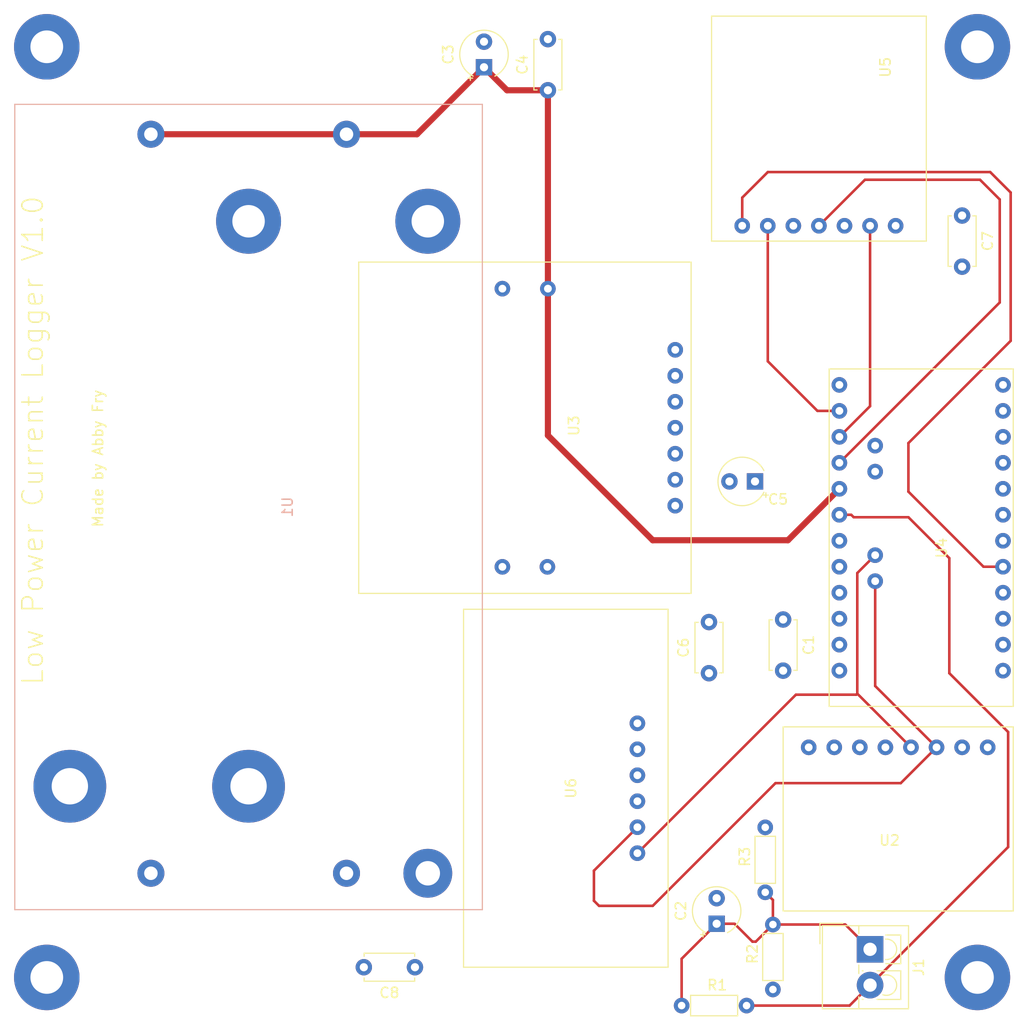
<source format=kicad_pcb>
(kicad_pcb (version 20171130) (host pcbnew "(5.1.7)-1")
  (layers (0 F.Cu signal) (1 PWR signal hide) (2 GND signal hide) (31 B.CU signal) (34 B.Paste user) (35 F.Paste user) (36 B.SilkS user) (37 F.SilkS user) (38 B.Mask user) (39 F.Mask user) (44 Edge.Cuts user))
  (net 0 "")
  (net 1 GND)
  (net 2 +3V3)
  (net 3 "Net-(C2-Pad1)")
  (net 4 RAW_Battery)
  (net 5 SENSOR_SIG)
  (net 6 "Net-(U2-Pad8)")
  (net 7 "Net-(U2-Pad7)")
  (net 8 "Net-(U2-Pad6)")
  (net 9 "Net-(U2-Pad5)")
  (net 10 SDA_I2C)
  (net 11 SCL_I2C)
  (net 12 "Net-(U3-Pad3)")
  (net 13 "Net-(U3-Pad4)")
  (net 14 "Net-(U3-Pad6)")
  (net 15 "Net-(U3-Pad7)")
  (net 16 "Net-(U3-Pad8)")
  (net 17 "Net-(U3-Pad9)")
  (net 18 "Net-(U4-Pad28)")
  (net 19 "Net-(U4-Pad27)")
  (net 20 "Net-(U4-Pad24)")
  (net 21 "Net-(U4-Pad17)")
  (net 22 "Net-(U4-Pad15)")
  (net 23 SCLK_SPI)
  (net 24 MISO_SPI)
  (net 25 "Net-(U4-Pad18)")
  (net 26 MOSI_SPI)
  (net 27 "Net-(U4-Pad13)")
  (net 28 "Net-(U4-Pad12)")
  (net 29 "Net-(U4-Pad11)")
  (net 30 "Net-(U4-Pad10)")
  (net 31 "Net-(U4-Pad9)")
  (net 32 "Net-(U4-Pad8)")
  (net 33 "Net-(U4-Pad7)")
  (net 34 "Net-(U4-Pad6)")
  (net 35 CS_SD_SPI)
  (net 36 "Net-(U4-Pad4)")
  (net 37 "Net-(U4-Pad3)")
  (net 38 "Net-(U4-Pad2)")
  (net 39 "Net-(U4-Pad1)")
  (net 40 "Net-(U5-Pad1)")
  (net 41 "Net-(U6-Pad5)")
  (net 42 "Net-(U6-Pad3)")
  (module low_current_data_logger:oled_display (layer F.Cu) (at 105.25 127 90)
    (fp_text reference U6 (at 0 0.5 90) (layer F.SilkS))
    (fp_text value OLED_Display)
    (fp_line (start 17.5 10) (end -17.5 10) (layer F.SilkS) (width 0.12))
    (fp_line (start 17.5 -10) (end -17.5 -10) (layer F.SilkS) (width 0.12))
    (fp_line (start 17.5 10) (end 17.5 -10) (layer F.SilkS) (width 0.12))
    (fp_line (start -17.5 10) (end -17.5 -10) (layer F.SilkS) (width 0.12))
    (pad 6 thru_hole circle (at 6.35 7 90) (size 1.524 1.524) (drill 0.762) (layers *.Cu *.Mask) (net 2 +3V3))
    (pad 5 thru_hole circle (at 3.81 7 90) (size 1.524 1.524) (drill 0.762) (layers *.Cu *.Mask) (net 41 "Net-(U6-Pad5)"))
    (pad 4 thru_hole circle (at 1.27 7 90) (size 1.524 1.524) (drill 0.762) (layers *.Cu *.Mask) (net 1 GND))
    (pad 3 thru_hole circle (at -1.27 7 90) (size 1.524 1.524) (drill 0.762) (layers *.Cu *.Mask) (net 42 "Net-(U6-Pad3)"))
    (pad 2 thru_hole circle (at -3.81 7 90) (size 1.524 1.524) (drill 0.762) (layers *.Cu *.Mask) (net 11 SCL_I2C))
    (pad 1 thru_hole circle (at -6.35 7 90) (size 1.524 1.524) (drill 0.762) (layers *.Cu *.Mask) (net 10 SDA_I2C))
  )
  (module low_current_data_logger:36-1049-ND (layer B.CU) (at 75.5 99.5 270)
    (fp_text reference U1 (at 0 -2.54 270) (layer B.SilkS) (effects (justify mirror)))
    (fp_text value Battery_Holder)
    (fp_line (start 39.37 24.13) (end 39.37 -21.59) (layer B.SilkS) (width 0.12))
    (fp_line (start 39.37 -21.59) (end -39.37 -21.59) (layer B.SilkS) (width 0.12))
    (fp_line (start -39.37 -21.59) (end -39.37 24.13) (layer B.SilkS) (width 0.12))
    (fp_line (start -39.37 24.13) (end 39.37 24.13) (layer B.SilkS) (width 0.12))
    (pad 5 thru_hole circle (at -27.94 1.27 270) (size 6.35 6.35) (drill 3.175) (layers *.Cu *.Mask))
    (pad 5 thru_hole circle (at -27.94 -16.256 270) (size 6.35 6.35) (drill 3.175) (layers *.Cu *.Mask))
    (pad 5 thru_hole circle (at 27.305 1.27 270) (size 7.112 7.112) (drill 3.556) (layers *.Cu *.Mask))
    (pad 5 thru_hole circle (at 27.305 18.7452 270) (size 7.112 7.112) (drill 3.556) (layers *.Cu *.Mask))
    (pad 1 thru_hole circle (at -36.449 -8.3058 270) (size 2.6416 2.6416) (drill 1.3208) (layers *.Cu *.Mask) (net 4 RAW_Battery))
    (pad 2 thru_hole circle (at -36.449 10.8204 270) (size 2.6416 2.6416) (drill 1.3208) (layers *.Cu *.Mask) (net 4 RAW_Battery))
    (pad 4 thru_hole circle (at 35.814 10.8204 270) (size 2.6416 2.6416) (drill 1.3208) (layers *.Cu *.Mask) (net 1 GND))
    (pad 3 thru_hole circle (at 35.814 -8.3058 270) (size 2.6416 2.6416) (drill 1.3208) (layers *.Cu *.Mask) (net 1 GND))
    (pad 5 thru_hole circle (at 35.814 -16.256 270) (size 4.7752 4.7752) (drill 2.3876) (layers *.Cu *.Mask))
  )
  (module low_current_data_logger:buck_boost (layer F.Cu) (at 101.25 91.75 270)
    (fp_text reference U3 (at -0.2 -4.8 90) (layer F.SilkS))
    (fp_text value Buck_Boost)
    (fp_line (start -16.2 16.25) (end 16.2 16.25) (layer F.SilkS) (width 0.12))
    (fp_line (start 16.2 -16.25) (end -16.2 -16.25) (layer F.SilkS) (width 0.12))
    (fp_line (start -16.2 -16.25) (end -16.2 16.25) (layer F.SilkS) (width 0.12))
    (fp_line (start 16.2 -16.25) (end 16.2 16.25) (layer F.SilkS) (width 0.12))
    (pad 1 thru_hole circle (at -13.6 -2.25 270) (size 1.524 1.524) (drill 0.762) (layers *.Cu *.Mask) (net 4 RAW_Battery))
    (pad 2 thru_hole circle (at -13.6 2.2 270) (size 1.524 1.524) (drill 0.762) (layers *.Cu *.Mask) (net 1 GND))
    (pad 3 thru_hole circle (at -7.62 -14.7 270) (size 1.524 1.524) (drill 0.762) (layers *.Cu *.Mask) (net 12 "Net-(U3-Pad3)"))
    (pad 4 thru_hole circle (at -5.08 -14.7 270) (size 1.524 1.524) (drill 0.762) (layers *.Cu *.Mask) (net 13 "Net-(U3-Pad4)"))
    (pad 5 thru_hole circle (at -2.54 -14.7 270) (size 1.524 1.524) (drill 0.762) (layers *.Cu *.Mask) (net 1 GND))
    (pad 6 thru_hole circle (at 0 -14.7 270) (size 1.524 1.524) (drill 0.762) (layers *.Cu *.Mask) (net 14 "Net-(U3-Pad6)"))
    (pad 7 thru_hole circle (at 2.54 -14.7 270) (size 1.524 1.524) (drill 0.762) (layers *.Cu *.Mask) (net 15 "Net-(U3-Pad7)"))
    (pad 8 thru_hole circle (at 5.08 -14.7 270) (size 1.524 1.524) (drill 0.762) (layers *.Cu *.Mask) (net 16 "Net-(U3-Pad8)"))
    (pad 9 thru_hole circle (at 7.62 -14.7 270) (size 1.524 1.524) (drill 0.762) (layers *.Cu *.Mask) (net 17 "Net-(U3-Pad9)"))
    (pad 10 thru_hole circle (at 13.6 -2.2 270) (size 1.524 1.524) (drill 0.762) (layers *.Cu *.Mask) (net 2 +3V3))
    (pad 11 thru_hole circle (at 13.6 2.2 270) (size 1.524 1.524) (drill 0.762) (layers *.Cu *.Mask) (net 1 GND))
  )
  (module MountingHole_new:MountingHole_3.2mm_M3_Pad (layer F.Cu) (at 54.5 145.5)
    (fp_text reference REF** hide)
    (fp_text value MountingHole_3.2mm_M3_Pad hide)
    (pad 1 thru_hole circle (at 0 0) (size 6.4 6.4) (drill 3.2) (layers *.Cu *.Mask))
  )
  (module MountingHole_new:MountingHole_3.2mm_M3_Pad (layer F.Cu) (at 145.5 145.5)
    (fp_text reference REF** hide)
    (fp_text value MountingHole_3.2mm_M3_Pad hide)
    (pad 1 thru_hole circle (at 0 0) (size 6.4 6.4) (drill 3.2) (layers *.Cu *.Mask))
  )
  (module MountingHole_new:MountingHole_3.2mm_M3_Pad (layer F.Cu) (at 145.5 54.5)
    (fp_text reference REF** hide)
    (fp_text value MountingHole_3.2mm_M3_Pad hide)
    (pad 1 thru_hole circle (at 0 0) (size 6.4 6.4) (drill 3.2) (layers *.Cu *.Mask))
  )
  (module MountingHole_new:MountingHole_3.2mm_M3_Pad (layer F.Cu) (at 54.5 54.5)
    (fp_text reference REF** hide)
    (fp_text value MountingHole_3.2mm_M3_Pad hide)
    (pad 1 thru_hole circle (at 0 0) (size 6.4 6.4) (drill 3.2) (layers *.Cu *.Mask))
  )
  (module low_current_data_logger:sd_mod (layer F.Cu) (at 130 62.5 270)
    (fp_text reference U5 (at -6 -6.5 90) (layer F.SilkS))
    (fp_text value microSD_Breakout)
    (fp_line (start 11 10.5) (end -11 10.5) (layer F.SilkS) (width 0.12))
    (fp_line (start -11 -10.5) (end 11 -10.5) (layer F.SilkS) (width 0.12))
    (fp_line (start 11 -10.5) (end 11 10.5) (layer F.SilkS) (width 0.12))
    (fp_line (start -11 -10.5) (end -11 10.5) (layer F.SilkS) (width 0.12))
    (pad 7 thru_hole circle (at 9.5 7.5 270) (size 1.524 1.524) (drill 0.762) (layers *.Cu *.Mask) (net 35 CS_SD_SPI))
    (pad 6 thru_hole circle (at 9.5 5 270) (size 1.524 1.524) (drill 0.762) (layers *.Cu *.Mask) (net 26 MOSI_SPI))
    (pad 5 thru_hole circle (at 9.5 2.5 270) (size 1.524 1.524) (drill 0.762) (layers *.Cu *.Mask) (net 2 +3V3))
    (pad 4 thru_hole circle (at 9.5 0 270) (size 1.524 1.524) (drill 0.762) (layers *.Cu *.Mask) (net 23 SCLK_SPI))
    (pad 3 thru_hole circle (at 9.5 -2.5 270) (size 1.524 1.524) (drill 0.762) (layers *.Cu *.Mask) (net 1 GND))
    (pad 2 thru_hole circle (at 9.5 -5 270) (size 1.524 1.524) (drill 0.762) (layers *.Cu *.Mask) (net 24 MISO_SPI))
    (pad 1 thru_hole circle (at 9.5 -7.5) (size 1.524 1.524) (drill 0.762) (layers *.Cu *.Mask) (net 40 "Net-(U5-Pad1)"))
  )
  (module low_current_data_logger:arduino_mini_pro (layer F.Cu) (at 140 102.5 180)
    (fp_text reference U4 (at -2 -1 90) (layer F.SilkS))
    (fp_text value Arduino_Pro_Mini)
    (fp_line (start 9 -16.5) (end 9 16.5) (layer F.SilkS) (width 0.12))
    (fp_line (start -9 -16.5) (end -9 16.5) (layer F.SilkS) (width 0.12))
    (fp_line (start 9 16.5) (end -9 16.5) (layer F.SilkS) (width 0.12))
    (fp_line (start -9 -16.5) (end 9 -16.5) (layer F.SilkS) (width 0.12))
    (pad 28 thru_hole circle (at 4.5 9 180) (size 1.524 1.524) (drill 0.762) (layers *.Cu *.Mask) (net 18 "Net-(U4-Pad28)"))
    (pad 27 thru_hole circle (at 4.5 6.46 180) (size 1.524 1.524) (drill 0.762) (layers *.Cu *.Mask) (net 19 "Net-(U4-Pad27)"))
    (pad 26 thru_hole circle (at 4.5 -1.71 180) (size 1.524 1.524) (drill 0.762) (layers *.Cu *.Mask) (net 10 SDA_I2C))
    (pad 25 thru_hole circle (at 4.5 -4.25 180) (size 1.524 1.524) (drill 0.762) (layers *.Cu *.Mask) (net 11 SCL_I2C))
    (pad 24 thru_hole circle (at 8 14.94 180) (size 1.524 1.524) (drill 0.762) (layers *.Cu *.Mask) (net 20 "Net-(U4-Pad24)"))
    (pad 14 thru_hole circle (at 8 -10.46 180) (size 1.524 1.524) (drill 0.762) (layers *.Cu *.Mask) (net 1 GND))
    (pad 17 thru_hole circle (at 8 -2.84 180) (size 1.524 1.524) (drill 0.762) (layers *.Cu *.Mask) (net 21 "Net-(U4-Pad17)"))
    (pad 15 thru_hole circle (at 8 -7.92 180) (size 1.524 1.524) (drill 0.762) (layers *.Cu *.Mask) (net 22 "Net-(U4-Pad15)"))
    (pad 19 thru_hole circle (at 8 2.24 180) (size 1.524 1.524) (drill 0.762) (layers *.Cu *.Mask) (net 5 SENSOR_SIG))
    (pad 16 thru_hole circle (at 8 -5.38 180) (size 1.524 1.524) (drill 0.762) (layers *.Cu *.Mask) (net 2 +3V3))
    (pad 20 thru_hole circle (at 8 4.78 180) (size 1.524 1.524) (drill 0.762) (layers *.Cu *.Mask) (net 4 RAW_Battery))
    (pad 21 thru_hole circle (at 8 7.32 180) (size 1.524 1.524) (drill 0.762) (layers *.Cu *.Mask) (net 23 SCLK_SPI))
    (pad 22 thru_hole circle (at 8 9.86 180) (size 1.524 1.524) (drill 0.762) (layers *.Cu *.Mask) (net 24 MISO_SPI))
    (pad 18 thru_hole circle (at 8 -0.3 180) (size 1.524 1.524) (drill 0.762) (layers *.Cu *.Mask) (net 25 "Net-(U4-Pad18)"))
    (pad 23 thru_hole circle (at 8 12.4 180) (size 1.524 1.524) (drill 0.762) (layers *.Cu *.Mask) (net 26 MOSI_SPI))
    (pad 13 thru_hole circle (at 8 -13 180) (size 1.524 1.524) (drill 0.762) (layers *.Cu *.Mask) (net 27 "Net-(U4-Pad13)"))
    (pad 12 thru_hole circle (at -8 14.94 180) (size 1.524 1.524) (drill 0.762) (layers *.Cu *.Mask) (net 28 "Net-(U4-Pad12)"))
    (pad 11 thru_hole circle (at -8 12.4 180) (size 1.524 1.524) (drill 0.762) (layers *.Cu *.Mask) (net 29 "Net-(U4-Pad11)"))
    (pad 10 thru_hole circle (at -8 9.86 180) (size 1.524 1.524) (drill 0.762) (layers *.Cu *.Mask) (net 30 "Net-(U4-Pad10)"))
    (pad 9 thru_hole circle (at -8 7.32 180) (size 1.524 1.524) (drill 0.762) (layers *.Cu *.Mask) (net 31 "Net-(U4-Pad9)"))
    (pad 8 thru_hole circle (at -8 4.78 180) (size 1.524 1.524) (drill 0.762) (layers *.Cu *.Mask) (net 32 "Net-(U4-Pad8)"))
    (pad 7 thru_hole circle (at -8 2.24 180) (size 1.524 1.524) (drill 0.762) (layers *.Cu *.Mask) (net 33 "Net-(U4-Pad7)"))
    (pad 6 thru_hole circle (at -8 -0.3 180) (size 1.524 1.524) (drill 0.762) (layers *.Cu *.Mask) (net 34 "Net-(U4-Pad6)"))
    (pad 5 thru_hole circle (at -8 -2.84 180) (size 1.524 1.524) (drill 0.762) (layers *.Cu *.Mask) (net 35 CS_SD_SPI))
    (pad 4 thru_hole circle (at -8 -5.38 180) (size 1.524 1.524) (drill 0.762) (layers *.Cu *.Mask) (net 36 "Net-(U4-Pad4)"))
    (pad 3 thru_hole circle (at -8 -7.92 180) (size 1.524 1.524) (drill 0.762) (layers *.Cu *.Mask) (net 37 "Net-(U4-Pad3)"))
    (pad 2 thru_hole circle (at -8 -10.46 180) (size 1.524 1.524) (drill 0.762) (layers *.Cu *.Mask) (net 38 "Net-(U4-Pad2)"))
    (pad 1 thru_hole circle (at -8 -13 180) (size 1.524 1.524) (drill 0.762) (layers *.Cu *.Mask) (net 39 "Net-(U4-Pad1)"))
  )
  (module low_current_data_logger:adafruit_RTC (layer F.Cu) (at 137.5 130 180)
    (fp_text reference U2 (at 0.6 -2.1) (layer F.SilkS))
    (fp_text value ADAFRUIT_DS3231 hide)
    (fp_line (start 11 9) (end 11 -9) (layer F.SilkS) (width 0.12))
    (fp_line (start -11.5 -9) (end -11.5 9) (layer F.SilkS) (width 0.12))
    (fp_line (start 11 -9) (end -11.5 -9) (layer F.SilkS) (width 0.12))
    (fp_line (start -11.5 9) (end 11 9) (layer F.SilkS) (width 0.12))
    (pad 8 thru_hole circle (at 8.5 7 180) (size 1.524 1.524) (drill 0.762) (layers *.Cu *.Mask) (net 6 "Net-(U2-Pad8)"))
    (pad 7 thru_hole circle (at 6 7 180) (size 1.524 1.524) (drill 0.762) (layers *.Cu *.Mask) (net 7 "Net-(U2-Pad7)"))
    (pad 6 thru_hole circle (at 3.5 7 180) (size 1.524 1.524) (drill 0.762) (layers *.Cu *.Mask) (net 8 "Net-(U2-Pad6)"))
    (pad 5 thru_hole circle (at 1 7 180) (size 1.524 1.524) (drill 0.762) (layers *.Cu *.Mask) (net 9 "Net-(U2-Pad5)"))
    (pad 4 thru_hole circle (at -1.5 7 180) (size 1.524 1.524) (drill 0.762) (layers *.Cu *.Mask) (net 10 SDA_I2C))
    (pad 3 thru_hole circle (at -4 7 180) (size 1.524 1.524) (drill 0.762) (layers *.Cu *.Mask) (net 11 SCL_I2C))
    (pad 2 thru_hole circle (at -6.5 7 180) (size 1.524 1.524) (drill 0.762) (layers *.Cu *.Mask) (net 1 GND))
    (pad 1 thru_hole circle (at -9 7 180) (size 1.524 1.524) (drill 0.762) (layers *.Cu *.Mask) (net 2 +3V3))
  )
  (module low_current_data_logger:resistor_THT (layer F.Cu) (at 124.75 134 90)
    (fp_text reference R3 (at 0.3 -2 90) (layer F.SilkS))
    (fp_text value 10K hide)
    (fp_line (start -2.3 -1) (end -2.3 1) (layer F.SilkS) (width 0.12))
    (fp_line (start -2.3 1) (end 2.3 1) (layer F.SilkS) (width 0.12))
    (fp_line (start 2.3 1) (end 2.3 -1) (layer F.SilkS) (width 0.12))
    (fp_line (start 2.3 -1) (end -2.3 -1) (layer F.SilkS) (width 0.12))
    (pad 2 thru_hole circle (at 3.175 0 90) (size 1.524 1.524) (drill 0.7366) (layers *.Cu *.Mask) (net 1 GND))
    (pad 1 thru_hole circle (at -3.175 0 90) (size 1.524 1.524) (drill 0.7366) (layers *.Cu *.Mask) (net 3 "Net-(C2-Pad1)"))
  )
  (module low_current_data_logger:resistor_THT (layer F.Cu) (at 125.5 143.5 90)
    (fp_text reference R2 (at 0.3 -2 90) (layer F.SilkS))
    (fp_text value 10K hide)
    (fp_line (start -2.3 -1) (end -2.3 1) (layer F.SilkS) (width 0.12))
    (fp_line (start -2.3 1) (end 2.3 1) (layer F.SilkS) (width 0.12))
    (fp_line (start 2.3 1) (end 2.3 -1) (layer F.SilkS) (width 0.12))
    (fp_line (start 2.3 -1) (end -2.3 -1) (layer F.SilkS) (width 0.12))
    (pad 2 thru_hole circle (at 3.175 0 90) (size 1.524 1.524) (drill 0.7366) (layers *.Cu *.Mask) (net 3 "Net-(C2-Pad1)"))
    (pad 1 thru_hole circle (at -3.175 0 90) (size 1.524 1.524) (drill 0.7366) (layers *.Cu *.Mask) (net 2 +3V3))
  )
  (module low_current_data_logger:resistor_THT (layer F.Cu) (at 119.75 148.25)
    (fp_text reference R1 (at 0.3 -2) (layer F.SilkS))
    (fp_text value 23 hide)
    (fp_line (start -2.3 -1) (end -2.3 1) (layer F.SilkS) (width 0.12))
    (fp_line (start -2.3 1) (end 2.3 1) (layer F.SilkS) (width 0.12))
    (fp_line (start 2.3 1) (end 2.3 -1) (layer F.SilkS) (width 0.12))
    (fp_line (start 2.3 -1) (end -2.3 -1) (layer F.SilkS) (width 0.12))
    (pad 2 thru_hole circle (at 3.175 0) (size 1.524 1.524) (drill 0.7366) (layers *.Cu *.Mask) (net 5 SENSOR_SIG))
    (pad 1 thru_hole circle (at -3.175 0) (size 1.524 1.524) (drill 0.7366) (layers *.Cu *.Mask) (net 3 "Net-(C2-Pad1)"))
  )
  (module TerminalBlock_4Ucon:TerminalBlock_4Ucon_1x02_P3.50mm_Vertical (layer F.Cu) (at 135 142.75 270)
    (fp_text reference J1 (at 1.75 -4.76 90) (layer F.SilkS))
    (fp_text value Current_Sensor_Connectors hide)
    (fp_arc (start 3.5 -1.6) (end 4.44 -1.258) (angle -220) (layer F.SilkS) (width 0.12))
    (fp_arc (start 0 -1.6) (end 0.998 -1.531) (angle -188) (layer F.SilkS) (width 0.12))
    (fp_line (start -2.31 1.101) (end -1.54 1.101) (layer F.SilkS) (width 0.12))
    (fp_line (start 1.54 1.101) (end 2.367 1.101) (layer F.SilkS) (width 0.12))
    (fp_line (start 4.634 1.101) (end 5.81 1.101) (layer F.SilkS) (width 0.12))
    (fp_line (start -2.31 -3.76) (end 5.81 -3.76) (layer F.SilkS) (width 0.12))
    (fp_line (start -2.31 4.66) (end 5.81 4.66) (layer F.SilkS) (width 0.12))
    (fp_line (start -2.31 -3.76) (end -2.31 4.66) (layer F.SilkS) (width 0.12))
    (fp_line (start 5.81 -3.76) (end 5.81 4.66) (layer F.SilkS) (width 0.12))
    (fp_line (start -1.4 -3) (end 1.4 -3) (layer F.SilkS) (width 0.12))
    (fp_line (start -1.4 -3) (end -1.4 -1.54) (layer F.SilkS) (width 0.12))
    (fp_line (start 1.4 -3) (end 1.4 -1.54) (layer F.SilkS) (width 0.12))
    (fp_line (start 2.1 -3) (end 4.9 -3) (layer F.SilkS) (width 0.12))
    (fp_line (start 2.1 0.75) (end 2.101 0.75) (layer F.SilkS) (width 0.12))
    (fp_line (start 4.9 0.75) (end 4.9 0.75) (layer F.SilkS) (width 0.12))
    (fp_line (start 2.1 -3) (end 2.1 -0.689) (layer F.SilkS) (width 0.12))
    (fp_line (start 2.1 0.689) (end 2.1 0.75) (layer F.SilkS) (width 0.12))
    (fp_line (start 4.9 -3) (end 4.9 -0.689) (layer F.SilkS) (width 0.12))
    (fp_line (start 4.9 0.689) (end 4.9 0.75) (layer F.SilkS) (width 0.12))
    (fp_line (start -2.55 2.66) (end -2.55 4.9) (layer F.SilkS) (width 0.12))
    (fp_line (start -2.55 4.9) (end -0.55 4.9) (layer F.SilkS) (width 0.12))
    (pad 2 thru_hole circle (at 3.5 0 270) (size 2.6 2.6) (drill 1.3) (layers *.Cu *.Mask) (net 5 SENSOR_SIG))
    (pad 1 thru_hole rect (at 0 0 270) (size 2.6 2.6) (drill 1.3) (layers *.Cu *.Mask) (net 3 "Net-(C2-Pad1)"))
  )
  (module Capacitor_THT_new:C_Disc_D4.7mm_W2.5mm_P5.00mm (layer F.Cu) (at 90.5 144.5 180)
    (fp_text reference C8 (at 2.5 -2.5) (layer F.SilkS))
    (fp_text value ".1 uf")
    (fp_line (start 0.03 -1.37) (end 4.97 -1.37) (layer F.SilkS) (width 0.12))
    (fp_line (start 0.03 1.37) (end 4.97 1.37) (layer F.SilkS) (width 0.12))
    (fp_line (start 0.03 -1.37) (end 0.03 -1.055) (layer F.SilkS) (width 0.12))
    (fp_line (start 0.03 1.055) (end 0.03 1.37) (layer F.SilkS) (width 0.12))
    (fp_line (start 4.97 -1.37) (end 4.97 -1.055) (layer F.SilkS) (width 0.12))
    (fp_line (start 4.97 1.055) (end 4.97 1.37) (layer F.SilkS) (width 0.12))
    (pad 2 thru_hole circle (at 5 0 180) (size 1.6 1.6) (drill 0.8) (layers *.Cu *.Mask) (net 1 GND))
    (pad 1 thru_hole circle (at 0 0 180) (size 1.6 1.6) (drill 0.8) (layers *.Cu *.Mask) (net 2 +3V3))
  )
  (module Capacitor_THT_new:C_Disc_D4.7mm_W2.5mm_P5.00mm (layer F.Cu) (at 144 71 270)
    (fp_text reference C7 (at 2.5 -2.5 90) (layer F.SilkS))
    (fp_text value ".1 uf")
    (fp_line (start 0.03 -1.37) (end 4.97 -1.37) (layer F.SilkS) (width 0.12))
    (fp_line (start 0.03 1.37) (end 4.97 1.37) (layer F.SilkS) (width 0.12))
    (fp_line (start 0.03 -1.37) (end 0.03 -1.055) (layer F.SilkS) (width 0.12))
    (fp_line (start 0.03 1.055) (end 0.03 1.37) (layer F.SilkS) (width 0.12))
    (fp_line (start 4.97 -1.37) (end 4.97 -1.055) (layer F.SilkS) (width 0.12))
    (fp_line (start 4.97 1.055) (end 4.97 1.37) (layer F.SilkS) (width 0.12))
    (pad 2 thru_hole circle (at 5 0 270) (size 1.6 1.6) (drill 0.8) (layers *.Cu *.Mask) (net 1 GND))
    (pad 1 thru_hole circle (at 0 0 270) (size 1.6 1.6) (drill 0.8) (layers *.Cu *.Mask) (net 2 +3V3))
  )
  (module Capacitor_THT_new:C_Disc_D4.7mm_W2.5mm_P5.00mm (layer F.Cu) (at 119.25 115.75 90)
    (fp_text reference C6 (at 2.5 -2.5 90) (layer F.SilkS))
    (fp_text value ".1 uf")
    (fp_line (start 0.03 -1.37) (end 4.97 -1.37) (layer F.SilkS) (width 0.12))
    (fp_line (start 0.03 1.37) (end 4.97 1.37) (layer F.SilkS) (width 0.12))
    (fp_line (start 0.03 -1.37) (end 0.03 -1.055) (layer F.SilkS) (width 0.12))
    (fp_line (start 0.03 1.055) (end 0.03 1.37) (layer F.SilkS) (width 0.12))
    (fp_line (start 4.97 -1.37) (end 4.97 -1.055) (layer F.SilkS) (width 0.12))
    (fp_line (start 4.97 1.055) (end 4.97 1.37) (layer F.SilkS) (width 0.12))
    (pad 2 thru_hole circle (at 5 0 90) (size 1.6 1.6) (drill 0.8) (layers *.Cu *.Mask) (net 1 GND))
    (pad 1 thru_hole circle (at 0 0 90) (size 1.6 1.6) (drill 0.8) (layers *.Cu *.Mask) (net 2 +3V3))
  )
  (module Capacitor_THT_new:CP_Radial_Tantal_D4.5mm_P2.50mm (layer F.Cu) (at 123.75 97 180)
    (fp_text reference C5 (at -2.25 -1.75) (layer F.SilkS))
    (fp_text value "10 uf")
    (fp_arc (start 1.25 0) (end -0.869741 -1.06) (angle 306.864288) (layer F.SilkS) (width 0.12))
    (fp_line (start -1.287288 -1.335) (end -0.837288 -1.335) (layer F.SilkS) (width 0.12))
    (fp_line (start -1.062288 -1.56) (end -1.062288 -1.11) (layer F.SilkS) (width 0.12))
    (pad 2 thru_hole circle (at 2.5 0 180) (size 1.6 1.6) (drill 0.8) (layers *.Cu *.Mask) (net 1 GND))
    (pad 1 thru_hole rect (at 0 0 180) (size 1.6 1.6) (drill 0.8) (layers *.Cu *.Mask) (net 2 +3V3))
  )
  (module Capacitor_THT_new:C_Disc_D4.7mm_W2.5mm_P5.00mm (layer F.Cu) (at 103.5 58.75 90)
    (fp_text reference C4 (at 2.5 -2.5 90) (layer F.SilkS))
    (fp_text value ".1 uf")
    (fp_line (start 0.03 -1.37) (end 4.97 -1.37) (layer F.SilkS) (width 0.12))
    (fp_line (start 0.03 1.37) (end 4.97 1.37) (layer F.SilkS) (width 0.12))
    (fp_line (start 0.03 -1.37) (end 0.03 -1.055) (layer F.SilkS) (width 0.12))
    (fp_line (start 0.03 1.055) (end 0.03 1.37) (layer F.SilkS) (width 0.12))
    (fp_line (start 4.97 -1.37) (end 4.97 -1.055) (layer F.SilkS) (width 0.12))
    (fp_line (start 4.97 1.055) (end 4.97 1.37) (layer F.SilkS) (width 0.12))
    (pad 2 thru_hole circle (at 5 0 90) (size 1.6 1.6) (drill 0.8) (layers *.Cu *.Mask) (net 1 GND))
    (pad 1 thru_hole circle (at 0 0 90) (size 1.6 1.6) (drill 0.8) (layers *.Cu *.Mask) (net 4 RAW_Battery))
  )
  (module Capacitor_THT_new:CP_Radial_Tantal_D4.5mm_P2.50mm (layer F.Cu) (at 97.25 56.5 90)
    (fp_text reference C3 (at 1.25 -3.5 90) (layer F.SilkS))
    (fp_text value "10 uf")
    (fp_arc (start 1.25 0) (end -0.869741 -1.06) (angle 306.864288) (layer F.SilkS) (width 0.12))
    (fp_line (start -1.287288 -1.335) (end -0.837288 -1.335) (layer F.SilkS) (width 0.12))
    (fp_line (start -1.062288 -1.56) (end -1.062288 -1.11) (layer F.SilkS) (width 0.12))
    (pad 2 thru_hole circle (at 2.5 0 90) (size 1.6 1.6) (drill 0.8) (layers *.Cu *.Mask) (net 1 GND))
    (pad 1 thru_hole rect (at 0 0 90) (size 1.6 1.6) (drill 0.8) (layers *.Cu *.Mask) (net 4 RAW_Battery))
  )
  (module Capacitor_THT_new:CP_Radial_Tantal_D4.5mm_P2.50mm (layer F.Cu) (at 120 140.25 90)
    (fp_text reference C2 (at 1.25 -3.5 90) (layer F.SilkS))
    (fp_text value "10 uf" hide)
    (fp_arc (start 1.25 0) (end -0.869741 -1.06) (angle 306.864288) (layer F.SilkS) (width 0.12))
    (fp_line (start -1.287288 -1.335) (end -0.837288 -1.335) (layer F.SilkS) (width 0.12))
    (fp_line (start -1.062288 -1.56) (end -1.062288 -1.11) (layer F.SilkS) (width 0.12))
    (pad 2 thru_hole circle (at 2.5 0 90) (size 1.6 1.6) (drill 0.8) (layers *.Cu *.Mask) (net 1 GND))
    (pad 1 thru_hole rect (at 0 0 90) (size 1.6 1.6) (drill 0.8) (layers *.Cu *.Mask) (net 3 "Net-(C2-Pad1)"))
  )
  (module Capacitor_THT_new:C_Disc_D4.7mm_W2.5mm_P5.00mm (layer F.Cu) (at 126.5 110.5 270)
    (fp_text reference C1 (at 2.5 -2.5 90) (layer F.SilkS))
    (fp_text value ".1 uf")
    (fp_line (start 0.03 -1.37) (end 4.97 -1.37) (layer F.SilkS) (width 0.12))
    (fp_line (start 0.03 1.37) (end 4.97 1.37) (layer F.SilkS) (width 0.12))
    (fp_line (start 0.03 -1.37) (end 0.03 -1.055) (layer F.SilkS) (width 0.12))
    (fp_line (start 0.03 1.055) (end 0.03 1.37) (layer F.SilkS) (width 0.12))
    (fp_line (start 4.97 -1.37) (end 4.97 -1.055) (layer F.SilkS) (width 0.12))
    (fp_line (start 4.97 1.055) (end 4.97 1.37) (layer F.SilkS) (width 0.12))
    (pad 2 thru_hole circle (at 5 0 270) (size 1.6 1.6) (drill 0.8) (layers *.Cu *.Mask) (net 1 GND))
    (pad 1 thru_hole circle (at 0 0 270) (size 1.6 1.6) (drill 0.8) (layers *.Cu *.Mask) (net 2 +3V3))
  )
  (gr_text "Made by Abby Fry\n" (at 59.5 94.75 90) (layer F.SilkS) (effects (font (size 1 1))))
  (gr_text "Low Power Current Logger V1.0\n\n" (at 54.75 93 90) (layer F.SilkS) (effects (font (size 2 2))))
  (segment (start 134.075 141.825) (end 135 142.75) (width 0.25) (layer F.Cu) (net 3))
  (segment (start 132.575 140.325) (end 135 142.75) (width 0.25) (layer F.Cu) (net 3))
  (segment (start 125.5 140.325) (end 132.575 140.325) (width 0.25) (layer F.Cu) (net 3))
  (segment (start 116.575 143.675) (end 120 140.25) (width 0.25) (layer F.Cu) (net 3))
  (segment (start 116.575 148.25) (end 116.575 143.675) (width 0.25) (layer F.Cu) (net 3))
  (segment (start 125.425 140.25) (end 125.5 140.325) (width 0.25) (layer F.Cu) (net 3))
  (segment (start 123.825 142) (end 125.5 140.325) (width 0.25) (layer F.Cu) (net 3))
  (segment (start 123.5 142) (end 123.825 142) (width 0.25) (layer F.Cu) (net 3))
  (segment (start 121.75 140.25) (end 123.5 142) (width 0.25) (layer F.Cu) (net 3))
  (segment (start 120 140.25) (end 121.75 140.25) (width 0.25) (layer F.Cu) (net 3))
  (segment (start 125.5 137.925) (end 124.75 137.175) (width 0.25) (layer F.Cu) (net 3))
  (segment (start 125.5 140.325) (end 125.5 137.925) (width 0.25) (layer F.Cu) (net 3))
  (segment (start 64.6796 63.051) (end 83.8058 63.051) (width 0.6) (layer F.Cu) (net 4))
  (segment (start 90.699 63.051) (end 97.25 56.5) (width 0.6) (layer F.Cu) (net 4))
  (segment (start 83.8058 63.051) (end 90.699 63.051) (width 0.6) (layer F.Cu) (net 4))
  (segment (start 99.5 58.75) (end 97.25 56.5) (width 0.6) (layer F.Cu) (net 4))
  (segment (start 103.5 58.75) (end 99.5 58.75) (width 0.6) (layer F.Cu) (net 4))
  (segment (start 103.5 78.15) (end 103.5 58.75) (width 0.6) (layer F.Cu) (net 4))
  (segment (start 103.5 78.15) (end 103.5 92.5) (width 0.6) (layer F.Cu) (net 4))
  (segment (start 103.5 92.5) (end 113.75 102.75) (width 0.6) (layer F.Cu) (net 4))
  (segment (start 126.97 102.75) (end 132 97.72) (width 0.6) (layer F.Cu) (net 4))
  (segment (start 113.75 102.75) (end 126.97 102.75) (width 0.6) (layer F.Cu) (net 4))
  (segment (start 133.158762 100.26) (end 133.398762 100.5) (width 0.25) (layer F.Cu) (net 5))
  (segment (start 132 100.26) (end 133.158762 100.26) (width 0.25) (layer F.Cu) (net 5))
  (segment (start 133.398762 100.5) (end 138.75 100.5) (width 0.25) (layer F.Cu) (net 5))
  (segment (start 138.75 100.5) (end 142.75 104.5) (width 0.25) (layer F.Cu) (net 5))
  (segment (start 142.75 104.5) (end 142.75 115.75) (width 0.25) (layer F.Cu) (net 5))
  (segment (start 142.75 115.75) (end 148.5 121.5) (width 0.25) (layer F.Cu) (net 5))
  (segment (start 148.5 132.75) (end 135 146.25) (width 0.25) (layer F.Cu) (net 5))
  (segment (start 148.5 121.5) (end 148.5 132.75) (width 0.25) (layer F.Cu) (net 5))
  (segment (start 133 148.25) (end 135 146.25) (width 0.25) (layer F.Cu) (net 5))
  (segment (start 122.925 148.25) (end 133 148.25) (width 0.25) (layer F.Cu) (net 5))
  (segment (start 135.5 104.21) (end 133.75 105.96) (width 0.25) (layer F.Cu) (net 10))
  (segment (start 133.75 105.96) (end 133.75 117.75) (width 0.25) (layer F.Cu) (net 10))
  (segment (start 135.125 119.125) (end 139 123) (width 0.25) (layer F.Cu) (net 10))
  (segment (start 133.75 117.75) (end 135.125 119.125) (width 0.25) (layer F.Cu) (net 10))
  (segment (start 127.75 117.85) (end 112.25 133.35) (width 0.25) (layer F.Cu) (net 10))
  (segment (start 133.65 117.85) (end 133.75 117.75) (width 0.25) (layer F.Cu) (net 10))
  (segment (start 127.75 117.85) (end 133.65 117.85) (width 0.25) (layer F.Cu) (net 10))
  (segment (start 135.5 117) (end 141.5 123) (width 0.25) (layer F.Cu) (net 11))
  (segment (start 135.5 106.75) (end 135.5 117) (width 0.25) (layer F.Cu) (net 11))
  (segment (start 112.25 130.81) (end 108 135.06) (width 0.25) (layer F.Cu) (net 11))
  (segment (start 108 135.06) (end 108 138) (width 0.25) (layer F.Cu) (net 11))
  (segment (start 108 138) (end 108.5 138.5) (width 0.25) (layer F.Cu) (net 11))
  (segment (start 108.5 138.5) (end 113.75 138.5) (width 0.25) (layer F.Cu) (net 11))
  (segment (start 113.75 138.5) (end 125.75 126.5) (width 0.25) (layer F.Cu) (net 11))
  (segment (start 138 126.5) (end 141.5 123) (width 0.25) (layer F.Cu) (net 11))
  (segment (start 125.75 126.5) (end 138 126.5) (width 0.25) (layer F.Cu) (net 11))
  (segment (start 134.5 67.5) (end 130 72) (width 0.25) (layer F.Cu) (net 23))
  (segment (start 145.75 67.5) (end 134.5 67.5) (width 0.25) (layer F.Cu) (net 23))
  (segment (start 147.68 69.43) (end 145.75 67.5) (width 0.25) (layer F.Cu) (net 23))
  (segment (start 147.68 79.5) (end 147.68 69.43) (width 0.25) (layer F.Cu) (net 23))
  (segment (start 132 95.18) (end 147.68 79.5) (width 0.25) (layer F.Cu) (net 23))
  (segment (start 135 89.64) (end 135 72) (width 0.25) (layer F.Cu) (net 24))
  (segment (start 132 92.64) (end 135 89.64) (width 0.25) (layer F.Cu) (net 24))
  (segment (start 132 90.1) (end 129.85 90.1) (width 0.25) (layer F.Cu) (net 26))
  (segment (start 125 85.25) (end 125 72) (width 0.25) (layer F.Cu) (net 26))
  (segment (start 129.85 90.1) (end 125 85.25) (width 0.25) (layer F.Cu) (net 26))
  (segment (start 146.09 105.34) (end 148 105.34) (width 0.25) (layer F.Cu) (net 35))
  (segment (start 138.75 98) (end 146.09 105.34) (width 0.25) (layer F.Cu) (net 35))
  (segment (start 138.75 93.25) (end 138.75 98) (width 0.25) (layer F.Cu) (net 35))
  (segment (start 148.75 83.25) (end 138.75 93.25) (width 0.25) (layer F.Cu) (net 35))
  (segment (start 148.75 68.75) (end 148.75 83.25) (width 0.25) (layer F.Cu) (net 35))
  (segment (start 146.75 66.75) (end 148.75 68.75) (width 0.25) (layer F.Cu) (net 35))
  (segment (start 125 66.75) (end 146.75 66.75) (width 0.25) (layer F.Cu) (net 35))
  (segment (start 122.5 69.25) (end 125 66.75) (width 0.25) (layer F.Cu) (net 35))
  (segment (start 122.5 72) (end 122.5 69.25) (width 0.25) (layer F.Cu) (net 35))
)
</source>
